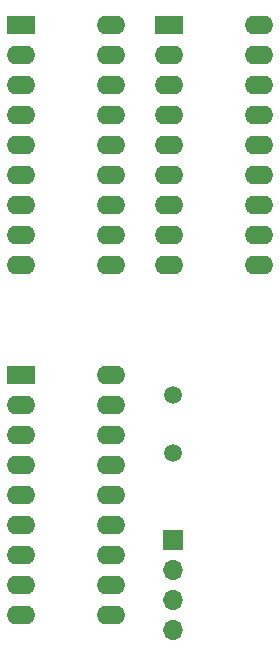
<source format=gbr>
%TF.GenerationSoftware,KiCad,Pcbnew,7.0.6-0*%
%TF.CreationDate,2023-08-27T17:26:56+10:00*%
%TF.ProjectId,PC-SPRINT_SMD,50432d53-5052-4494-9e54-5f534d442e6b,rev?*%
%TF.SameCoordinates,Original*%
%TF.FileFunction,Soldermask,Bot*%
%TF.FilePolarity,Negative*%
%FSLAX46Y46*%
G04 Gerber Fmt 4.6, Leading zero omitted, Abs format (unit mm)*
G04 Created by KiCad (PCBNEW 7.0.6-0) date 2023-08-27 17:26:56*
%MOMM*%
%LPD*%
G01*
G04 APERTURE LIST*
%ADD10R,2.400000X1.600000*%
%ADD11O,2.400000X1.600000*%
%ADD12C,1.500000*%
%ADD13R,1.700000X1.700000*%
%ADD14O,1.700000X1.700000*%
G04 APERTURE END LIST*
D10*
%TO.C,U3*%
X77554300Y-86767900D03*
D11*
X77554300Y-89307900D03*
X77554300Y-91847900D03*
X77554300Y-94387900D03*
X77554300Y-96927900D03*
X77554300Y-99467900D03*
X77554300Y-102007900D03*
X77554300Y-104547900D03*
X77554300Y-107087900D03*
X85174300Y-107087900D03*
X85174300Y-104547900D03*
X85174300Y-102007900D03*
X85174300Y-99467900D03*
X85174300Y-96927900D03*
X85174300Y-94387900D03*
X85174300Y-91847900D03*
X85174300Y-89307900D03*
X85174300Y-86767900D03*
%TD*%
D10*
%TO.C,U1*%
X77571900Y-57145600D03*
D11*
X77571900Y-59685600D03*
X77571900Y-62225600D03*
X77571900Y-64765600D03*
X77571900Y-67305600D03*
X77571900Y-69845600D03*
X77571900Y-72385600D03*
X77571900Y-74925600D03*
X77571900Y-77465600D03*
X85191900Y-77465600D03*
X85191900Y-74925600D03*
X85191900Y-72385600D03*
X85191900Y-69845600D03*
X85191900Y-67305600D03*
X85191900Y-64765600D03*
X85191900Y-62225600D03*
X85191900Y-59685600D03*
X85191900Y-57145600D03*
%TD*%
D12*
%TO.C,X1*%
X90422900Y-93370300D03*
X90422900Y-88470300D03*
%TD*%
D10*
%TO.C,U2*%
X90060400Y-57145600D03*
D11*
X90060400Y-59685600D03*
X90060400Y-62225600D03*
X90060400Y-64765600D03*
X90060400Y-67305600D03*
X90060400Y-69845600D03*
X90060400Y-72385600D03*
X90060400Y-74925600D03*
X90060400Y-77465600D03*
X97680400Y-77465600D03*
X97680400Y-74925600D03*
X97680400Y-72385600D03*
X97680400Y-69845600D03*
X97680400Y-67305600D03*
X97680400Y-64765600D03*
X97680400Y-62225600D03*
X97680400Y-59685600D03*
X97680400Y-57145600D03*
%TD*%
D13*
%TO.C,J1*%
X90422900Y-100778100D03*
D14*
X90422900Y-103318100D03*
X90422900Y-105858100D03*
X90422900Y-108398100D03*
%TD*%
M02*

</source>
